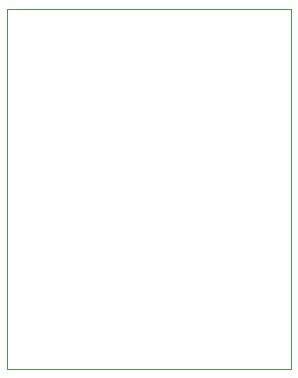
<source format=gbr>
%TF.GenerationSoftware,KiCad,Pcbnew,9.0.1+dfsg-1*%
%TF.CreationDate,2025-05-01T10:59:25+02:00*%
%TF.ProjectId,bluetooth,626c7565-746f-46f7-9468-2e6b69636164,rev?*%
%TF.SameCoordinates,Original*%
%TF.FileFunction,Profile,NP*%
%FSLAX46Y46*%
G04 Gerber Fmt 4.6, Leading zero omitted, Abs format (unit mm)*
G04 Created by KiCad (PCBNEW 9.0.1+dfsg-1) date 2025-05-01 10:59:25*
%MOMM*%
%LPD*%
G01*
G04 APERTURE LIST*
%TA.AperFunction,Profile*%
%ADD10C,0.050000*%
%TD*%
G04 APERTURE END LIST*
D10*
%TO.C,M1*%
X96969000Y-56388000D02*
X96969000Y-86868000D01*
X96969000Y-56388000D02*
X120969000Y-56388000D01*
X96969000Y-86868000D02*
X120969000Y-86868000D01*
X120969000Y-56388000D02*
X120969000Y-86868000D01*
%TD*%
M02*

</source>
